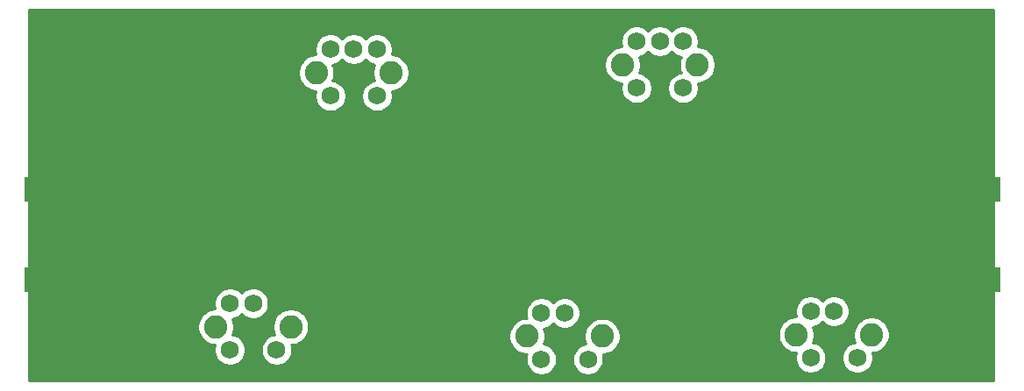
<source format=gbr>
G04 #@! TF.GenerationSoftware,KiCad,Pcbnew,(5.1.5)-3*
G04 #@! TF.CreationDate,2020-01-21T21:49:03-08:00*
G04 #@! TF.ProjectId,29MHz-BandStop,32394d48-7a2d-4426-916e-6453746f702e,rev?*
G04 #@! TF.SameCoordinates,Original*
G04 #@! TF.FileFunction,Copper,L2,Bot*
G04 #@! TF.FilePolarity,Positive*
%FSLAX46Y46*%
G04 Gerber Fmt 4.6, Leading zero omitted, Abs format (unit mm)*
G04 Created by KiCad (PCBNEW (5.1.5)-3) date 2020-01-21 21:49:03*
%MOMM*%
%LPD*%
G04 APERTURE LIST*
%ADD10R,0.950000X0.460000*%
%ADD11C,0.970000*%
%ADD12R,5.080000X2.420000*%
%ADD13C,1.750000*%
%ADD14C,2.250000*%
%ADD15C,0.800000*%
%ADD16C,0.254000*%
G04 APERTURE END LIST*
D10*
X100272000Y-97852000D03*
X100272000Y-89092000D03*
D11*
X100722000Y-97852000D03*
X100722000Y-89092000D03*
D12*
X97282000Y-97852000D03*
X97282000Y-89092000D03*
X186436000Y-97852000D03*
X186436000Y-89092000D03*
D11*
X182996000Y-97852000D03*
X182996000Y-89092000D03*
D10*
X183446000Y-97852000D03*
X183446000Y-89092000D03*
D13*
X116840000Y-100112000D03*
X114590000Y-104612000D03*
X114590000Y-100112000D03*
X119090000Y-100112000D03*
X119090000Y-104612000D03*
D14*
X113220000Y-102362000D03*
X120460000Y-102362000D03*
D13*
X126542800Y-75575600D03*
X124292800Y-80075600D03*
X124292800Y-75575600D03*
X128792800Y-75575600D03*
X128792800Y-80075600D03*
D14*
X122922800Y-77825600D03*
X130162800Y-77825600D03*
X150533600Y-103276400D03*
X143293600Y-103276400D03*
D13*
X149163600Y-105526400D03*
X149163600Y-101026400D03*
X144663600Y-101026400D03*
X144663600Y-105526400D03*
X146913600Y-101026400D03*
D14*
X159728400Y-77063600D03*
X152488400Y-77063600D03*
D13*
X158358400Y-79313600D03*
X158358400Y-74813600D03*
X153858400Y-74813600D03*
X153858400Y-79313600D03*
X156108400Y-74813600D03*
X172923200Y-100874000D03*
X170673200Y-105374000D03*
X170673200Y-100874000D03*
X175173200Y-100874000D03*
X175173200Y-105374000D03*
D14*
X169303200Y-103124000D03*
X176543200Y-103124000D03*
D15*
X173482000Y-85471000D03*
X142494000Y-84201000D03*
X112268000Y-82550000D03*
X130556000Y-101981000D03*
X159893000Y-101981000D03*
D16*
G36*
X188316000Y-102140418D02*
G01*
X188316001Y-102140428D01*
X188316000Y-107544000D01*
X95148000Y-107544000D01*
X95148000Y-102188655D01*
X111460000Y-102188655D01*
X111460000Y-102535345D01*
X111527636Y-102875373D01*
X111660308Y-103195673D01*
X111852919Y-103483935D01*
X112098065Y-103729081D01*
X112386327Y-103921692D01*
X112706627Y-104054364D01*
X113046655Y-104122000D01*
X113158553Y-104122000D01*
X113138029Y-104171549D01*
X113080000Y-104463278D01*
X113080000Y-104760722D01*
X113138029Y-105052451D01*
X113251856Y-105327253D01*
X113417107Y-105574569D01*
X113627431Y-105784893D01*
X113874747Y-105950144D01*
X114149549Y-106063971D01*
X114441278Y-106122000D01*
X114738722Y-106122000D01*
X115030451Y-106063971D01*
X115305253Y-105950144D01*
X115552569Y-105784893D01*
X115762893Y-105574569D01*
X115928144Y-105327253D01*
X116041971Y-105052451D01*
X116100000Y-104760722D01*
X116100000Y-104463278D01*
X117580000Y-104463278D01*
X117580000Y-104760722D01*
X117638029Y-105052451D01*
X117751856Y-105327253D01*
X117917107Y-105574569D01*
X118127431Y-105784893D01*
X118374747Y-105950144D01*
X118649549Y-106063971D01*
X118941278Y-106122000D01*
X119238722Y-106122000D01*
X119530451Y-106063971D01*
X119805253Y-105950144D01*
X120052569Y-105784893D01*
X120262893Y-105574569D01*
X120428144Y-105327253D01*
X120541971Y-105052451D01*
X120600000Y-104760722D01*
X120600000Y-104463278D01*
X120541971Y-104171549D01*
X120521447Y-104122000D01*
X120633345Y-104122000D01*
X120973373Y-104054364D01*
X121293673Y-103921692D01*
X121581935Y-103729081D01*
X121827081Y-103483935D01*
X122019692Y-103195673D01*
X122058055Y-103103055D01*
X141533600Y-103103055D01*
X141533600Y-103449745D01*
X141601236Y-103789773D01*
X141733908Y-104110073D01*
X141926519Y-104398335D01*
X142171665Y-104643481D01*
X142459927Y-104836092D01*
X142780227Y-104968764D01*
X143120255Y-105036400D01*
X143232153Y-105036400D01*
X143211629Y-105085949D01*
X143153600Y-105377678D01*
X143153600Y-105675122D01*
X143211629Y-105966851D01*
X143325456Y-106241653D01*
X143490707Y-106488969D01*
X143701031Y-106699293D01*
X143948347Y-106864544D01*
X144223149Y-106978371D01*
X144514878Y-107036400D01*
X144812322Y-107036400D01*
X145104051Y-106978371D01*
X145378853Y-106864544D01*
X145626169Y-106699293D01*
X145836493Y-106488969D01*
X146001744Y-106241653D01*
X146115571Y-105966851D01*
X146173600Y-105675122D01*
X146173600Y-105377678D01*
X147653600Y-105377678D01*
X147653600Y-105675122D01*
X147711629Y-105966851D01*
X147825456Y-106241653D01*
X147990707Y-106488969D01*
X148201031Y-106699293D01*
X148448347Y-106864544D01*
X148723149Y-106978371D01*
X149014878Y-107036400D01*
X149312322Y-107036400D01*
X149604051Y-106978371D01*
X149878853Y-106864544D01*
X150126169Y-106699293D01*
X150336493Y-106488969D01*
X150501744Y-106241653D01*
X150615571Y-105966851D01*
X150673600Y-105675122D01*
X150673600Y-105377678D01*
X150615571Y-105085949D01*
X150595047Y-105036400D01*
X150706945Y-105036400D01*
X151046973Y-104968764D01*
X151367273Y-104836092D01*
X151655535Y-104643481D01*
X151900681Y-104398335D01*
X152093292Y-104110073D01*
X152225964Y-103789773D01*
X152293600Y-103449745D01*
X152293600Y-103103055D01*
X152263286Y-102950655D01*
X167543200Y-102950655D01*
X167543200Y-103297345D01*
X167610836Y-103637373D01*
X167743508Y-103957673D01*
X167936119Y-104245935D01*
X168181265Y-104491081D01*
X168469527Y-104683692D01*
X168789827Y-104816364D01*
X169129855Y-104884000D01*
X169241753Y-104884000D01*
X169221229Y-104933549D01*
X169163200Y-105225278D01*
X169163200Y-105522722D01*
X169221229Y-105814451D01*
X169335056Y-106089253D01*
X169500307Y-106336569D01*
X169710631Y-106546893D01*
X169957947Y-106712144D01*
X170232749Y-106825971D01*
X170524478Y-106884000D01*
X170821922Y-106884000D01*
X171113651Y-106825971D01*
X171388453Y-106712144D01*
X171635769Y-106546893D01*
X171846093Y-106336569D01*
X172011344Y-106089253D01*
X172125171Y-105814451D01*
X172183200Y-105522722D01*
X172183200Y-105225278D01*
X173663200Y-105225278D01*
X173663200Y-105522722D01*
X173721229Y-105814451D01*
X173835056Y-106089253D01*
X174000307Y-106336569D01*
X174210631Y-106546893D01*
X174457947Y-106712144D01*
X174732749Y-106825971D01*
X175024478Y-106884000D01*
X175321922Y-106884000D01*
X175613651Y-106825971D01*
X175888453Y-106712144D01*
X176135769Y-106546893D01*
X176346093Y-106336569D01*
X176511344Y-106089253D01*
X176625171Y-105814451D01*
X176683200Y-105522722D01*
X176683200Y-105225278D01*
X176625171Y-104933549D01*
X176604647Y-104884000D01*
X176716545Y-104884000D01*
X177056573Y-104816364D01*
X177376873Y-104683692D01*
X177665135Y-104491081D01*
X177910281Y-104245935D01*
X178102892Y-103957673D01*
X178235564Y-103637373D01*
X178303200Y-103297345D01*
X178303200Y-102950655D01*
X178235564Y-102610627D01*
X178102892Y-102290327D01*
X177910281Y-102002065D01*
X177665135Y-101756919D01*
X177376873Y-101564308D01*
X177056573Y-101431636D01*
X176716545Y-101364000D01*
X176369855Y-101364000D01*
X176029827Y-101431636D01*
X175709527Y-101564308D01*
X175421265Y-101756919D01*
X175176119Y-102002065D01*
X174983508Y-102290327D01*
X174850836Y-102610627D01*
X174783200Y-102950655D01*
X174783200Y-103297345D01*
X174850836Y-103637373D01*
X174950780Y-103878660D01*
X174732749Y-103922029D01*
X174457947Y-104035856D01*
X174210631Y-104201107D01*
X174000307Y-104411431D01*
X173835056Y-104658747D01*
X173721229Y-104933549D01*
X173663200Y-105225278D01*
X172183200Y-105225278D01*
X172125171Y-104933549D01*
X172011344Y-104658747D01*
X171846093Y-104411431D01*
X171635769Y-104201107D01*
X171388453Y-104035856D01*
X171113651Y-103922029D01*
X170895620Y-103878660D01*
X170995564Y-103637373D01*
X171063200Y-103297345D01*
X171063200Y-102950655D01*
X170995564Y-102610627D01*
X170895620Y-102369340D01*
X171113651Y-102325971D01*
X171388453Y-102212144D01*
X171635769Y-102046893D01*
X171798200Y-101884462D01*
X171960631Y-102046893D01*
X172207947Y-102212144D01*
X172482749Y-102325971D01*
X172774478Y-102384000D01*
X173071922Y-102384000D01*
X173363651Y-102325971D01*
X173638453Y-102212144D01*
X173885769Y-102046893D01*
X174096093Y-101836569D01*
X174261344Y-101589253D01*
X174375171Y-101314451D01*
X174433200Y-101022722D01*
X174433200Y-100725278D01*
X174375171Y-100433549D01*
X174261344Y-100158747D01*
X174096093Y-99911431D01*
X173885769Y-99701107D01*
X173638453Y-99535856D01*
X173363651Y-99422029D01*
X173071922Y-99364000D01*
X172774478Y-99364000D01*
X172482749Y-99422029D01*
X172207947Y-99535856D01*
X171960631Y-99701107D01*
X171798200Y-99863538D01*
X171635769Y-99701107D01*
X171388453Y-99535856D01*
X171113651Y-99422029D01*
X170821922Y-99364000D01*
X170524478Y-99364000D01*
X170232749Y-99422029D01*
X169957947Y-99535856D01*
X169710631Y-99701107D01*
X169500307Y-99911431D01*
X169335056Y-100158747D01*
X169221229Y-100433549D01*
X169163200Y-100725278D01*
X169163200Y-101022722D01*
X169221229Y-101314451D01*
X169241753Y-101364000D01*
X169129855Y-101364000D01*
X168789827Y-101431636D01*
X168469527Y-101564308D01*
X168181265Y-101756919D01*
X167936119Y-102002065D01*
X167743508Y-102290327D01*
X167610836Y-102610627D01*
X167543200Y-102950655D01*
X152263286Y-102950655D01*
X152225964Y-102763027D01*
X152093292Y-102442727D01*
X151900681Y-102154465D01*
X151655535Y-101909319D01*
X151367273Y-101716708D01*
X151046973Y-101584036D01*
X150706945Y-101516400D01*
X150360255Y-101516400D01*
X150020227Y-101584036D01*
X149699927Y-101716708D01*
X149411665Y-101909319D01*
X149166519Y-102154465D01*
X148973908Y-102442727D01*
X148841236Y-102763027D01*
X148773600Y-103103055D01*
X148773600Y-103449745D01*
X148841236Y-103789773D01*
X148941180Y-104031060D01*
X148723149Y-104074429D01*
X148448347Y-104188256D01*
X148201031Y-104353507D01*
X147990707Y-104563831D01*
X147825456Y-104811147D01*
X147711629Y-105085949D01*
X147653600Y-105377678D01*
X146173600Y-105377678D01*
X146115571Y-105085949D01*
X146001744Y-104811147D01*
X145836493Y-104563831D01*
X145626169Y-104353507D01*
X145378853Y-104188256D01*
X145104051Y-104074429D01*
X144886020Y-104031060D01*
X144985964Y-103789773D01*
X145053600Y-103449745D01*
X145053600Y-103103055D01*
X144985964Y-102763027D01*
X144886020Y-102521740D01*
X145104051Y-102478371D01*
X145378853Y-102364544D01*
X145626169Y-102199293D01*
X145788600Y-102036862D01*
X145951031Y-102199293D01*
X146198347Y-102364544D01*
X146473149Y-102478371D01*
X146764878Y-102536400D01*
X147062322Y-102536400D01*
X147354051Y-102478371D01*
X147628853Y-102364544D01*
X147876169Y-102199293D01*
X148086493Y-101988969D01*
X148251744Y-101741653D01*
X148365571Y-101466851D01*
X148423600Y-101175122D01*
X148423600Y-100877678D01*
X148365571Y-100585949D01*
X148251744Y-100311147D01*
X148086493Y-100063831D01*
X147876169Y-99853507D01*
X147628853Y-99688256D01*
X147354051Y-99574429D01*
X147062322Y-99516400D01*
X146764878Y-99516400D01*
X146473149Y-99574429D01*
X146198347Y-99688256D01*
X145951031Y-99853507D01*
X145788600Y-100015938D01*
X145626169Y-99853507D01*
X145378853Y-99688256D01*
X145104051Y-99574429D01*
X144812322Y-99516400D01*
X144514878Y-99516400D01*
X144223149Y-99574429D01*
X143948347Y-99688256D01*
X143701031Y-99853507D01*
X143490707Y-100063831D01*
X143325456Y-100311147D01*
X143211629Y-100585949D01*
X143153600Y-100877678D01*
X143153600Y-101175122D01*
X143211629Y-101466851D01*
X143232153Y-101516400D01*
X143120255Y-101516400D01*
X142780227Y-101584036D01*
X142459927Y-101716708D01*
X142171665Y-101909319D01*
X141926519Y-102154465D01*
X141733908Y-102442727D01*
X141601236Y-102763027D01*
X141533600Y-103103055D01*
X122058055Y-103103055D01*
X122152364Y-102875373D01*
X122220000Y-102535345D01*
X122220000Y-102188655D01*
X122152364Y-101848627D01*
X122019692Y-101528327D01*
X121827081Y-101240065D01*
X121581935Y-100994919D01*
X121293673Y-100802308D01*
X120973373Y-100669636D01*
X120633345Y-100602000D01*
X120286655Y-100602000D01*
X119946627Y-100669636D01*
X119626327Y-100802308D01*
X119338065Y-100994919D01*
X119092919Y-101240065D01*
X118900308Y-101528327D01*
X118767636Y-101848627D01*
X118700000Y-102188655D01*
X118700000Y-102535345D01*
X118767636Y-102875373D01*
X118867580Y-103116660D01*
X118649549Y-103160029D01*
X118374747Y-103273856D01*
X118127431Y-103439107D01*
X117917107Y-103649431D01*
X117751856Y-103896747D01*
X117638029Y-104171549D01*
X117580000Y-104463278D01*
X116100000Y-104463278D01*
X116041971Y-104171549D01*
X115928144Y-103896747D01*
X115762893Y-103649431D01*
X115552569Y-103439107D01*
X115305253Y-103273856D01*
X115030451Y-103160029D01*
X114812420Y-103116660D01*
X114912364Y-102875373D01*
X114980000Y-102535345D01*
X114980000Y-102188655D01*
X114912364Y-101848627D01*
X114812420Y-101607340D01*
X115030451Y-101563971D01*
X115305253Y-101450144D01*
X115552569Y-101284893D01*
X115715000Y-101122462D01*
X115877431Y-101284893D01*
X116124747Y-101450144D01*
X116399549Y-101563971D01*
X116691278Y-101622000D01*
X116988722Y-101622000D01*
X117280451Y-101563971D01*
X117555253Y-101450144D01*
X117802569Y-101284893D01*
X118012893Y-101074569D01*
X118178144Y-100827253D01*
X118291971Y-100552451D01*
X118350000Y-100260722D01*
X118350000Y-99963278D01*
X118291971Y-99671549D01*
X118178144Y-99396747D01*
X118012893Y-99149431D01*
X117802569Y-98939107D01*
X117555253Y-98773856D01*
X117280451Y-98660029D01*
X116988722Y-98602000D01*
X116691278Y-98602000D01*
X116399549Y-98660029D01*
X116124747Y-98773856D01*
X115877431Y-98939107D01*
X115715000Y-99101538D01*
X115552569Y-98939107D01*
X115305253Y-98773856D01*
X115030451Y-98660029D01*
X114738722Y-98602000D01*
X114441278Y-98602000D01*
X114149549Y-98660029D01*
X113874747Y-98773856D01*
X113627431Y-98939107D01*
X113417107Y-99149431D01*
X113251856Y-99396747D01*
X113138029Y-99671549D01*
X113080000Y-99963278D01*
X113080000Y-100260722D01*
X113138029Y-100552451D01*
X113158553Y-100602000D01*
X113046655Y-100602000D01*
X112706627Y-100669636D01*
X112386327Y-100802308D01*
X112098065Y-100994919D01*
X111852919Y-101240065D01*
X111660308Y-101528327D01*
X111527636Y-101848627D01*
X111460000Y-102188655D01*
X95148000Y-102188655D01*
X95148000Y-77652255D01*
X121162800Y-77652255D01*
X121162800Y-77998945D01*
X121230436Y-78338973D01*
X121363108Y-78659273D01*
X121555719Y-78947535D01*
X121800865Y-79192681D01*
X122089127Y-79385292D01*
X122409427Y-79517964D01*
X122749455Y-79585600D01*
X122861353Y-79585600D01*
X122840829Y-79635149D01*
X122782800Y-79926878D01*
X122782800Y-80224322D01*
X122840829Y-80516051D01*
X122954656Y-80790853D01*
X123119907Y-81038169D01*
X123330231Y-81248493D01*
X123577547Y-81413744D01*
X123852349Y-81527571D01*
X124144078Y-81585600D01*
X124441522Y-81585600D01*
X124733251Y-81527571D01*
X125008053Y-81413744D01*
X125255369Y-81248493D01*
X125465693Y-81038169D01*
X125630944Y-80790853D01*
X125744771Y-80516051D01*
X125802800Y-80224322D01*
X125802800Y-79926878D01*
X125744771Y-79635149D01*
X125630944Y-79360347D01*
X125465693Y-79113031D01*
X125255369Y-78902707D01*
X125008053Y-78737456D01*
X124733251Y-78623629D01*
X124515220Y-78580260D01*
X124615164Y-78338973D01*
X124682800Y-77998945D01*
X124682800Y-77652255D01*
X124615164Y-77312227D01*
X124515220Y-77070940D01*
X124733251Y-77027571D01*
X125008053Y-76913744D01*
X125255369Y-76748493D01*
X125417800Y-76586062D01*
X125580231Y-76748493D01*
X125827547Y-76913744D01*
X126102349Y-77027571D01*
X126394078Y-77085600D01*
X126691522Y-77085600D01*
X126983251Y-77027571D01*
X127258053Y-76913744D01*
X127505369Y-76748493D01*
X127667800Y-76586062D01*
X127830231Y-76748493D01*
X128077547Y-76913744D01*
X128352349Y-77027571D01*
X128570380Y-77070940D01*
X128470436Y-77312227D01*
X128402800Y-77652255D01*
X128402800Y-77998945D01*
X128470436Y-78338973D01*
X128570380Y-78580260D01*
X128352349Y-78623629D01*
X128077547Y-78737456D01*
X127830231Y-78902707D01*
X127619907Y-79113031D01*
X127454656Y-79360347D01*
X127340829Y-79635149D01*
X127282800Y-79926878D01*
X127282800Y-80224322D01*
X127340829Y-80516051D01*
X127454656Y-80790853D01*
X127619907Y-81038169D01*
X127830231Y-81248493D01*
X128077547Y-81413744D01*
X128352349Y-81527571D01*
X128644078Y-81585600D01*
X128941522Y-81585600D01*
X129233251Y-81527571D01*
X129508053Y-81413744D01*
X129755369Y-81248493D01*
X129965693Y-81038169D01*
X130130944Y-80790853D01*
X130244771Y-80516051D01*
X130302800Y-80224322D01*
X130302800Y-79926878D01*
X130244771Y-79635149D01*
X130224247Y-79585600D01*
X130336145Y-79585600D01*
X130676173Y-79517964D01*
X130996473Y-79385292D01*
X131284735Y-79192681D01*
X131529881Y-78947535D01*
X131722492Y-78659273D01*
X131855164Y-78338973D01*
X131922800Y-77998945D01*
X131922800Y-77652255D01*
X131855164Y-77312227D01*
X131722492Y-76991927D01*
X131654557Y-76890255D01*
X150728400Y-76890255D01*
X150728400Y-77236945D01*
X150796036Y-77576973D01*
X150928708Y-77897273D01*
X151121319Y-78185535D01*
X151366465Y-78430681D01*
X151654727Y-78623292D01*
X151975027Y-78755964D01*
X152315055Y-78823600D01*
X152426953Y-78823600D01*
X152406429Y-78873149D01*
X152348400Y-79164878D01*
X152348400Y-79462322D01*
X152406429Y-79754051D01*
X152520256Y-80028853D01*
X152685507Y-80276169D01*
X152895831Y-80486493D01*
X153143147Y-80651744D01*
X153417949Y-80765571D01*
X153709678Y-80823600D01*
X154007122Y-80823600D01*
X154298851Y-80765571D01*
X154573653Y-80651744D01*
X154820969Y-80486493D01*
X155031293Y-80276169D01*
X155196544Y-80028853D01*
X155310371Y-79754051D01*
X155368400Y-79462322D01*
X155368400Y-79164878D01*
X155310371Y-78873149D01*
X155196544Y-78598347D01*
X155031293Y-78351031D01*
X154820969Y-78140707D01*
X154573653Y-77975456D01*
X154298851Y-77861629D01*
X154080820Y-77818260D01*
X154180764Y-77576973D01*
X154248400Y-77236945D01*
X154248400Y-76890255D01*
X154180764Y-76550227D01*
X154080820Y-76308940D01*
X154298851Y-76265571D01*
X154573653Y-76151744D01*
X154820969Y-75986493D01*
X154983400Y-75824062D01*
X155145831Y-75986493D01*
X155393147Y-76151744D01*
X155667949Y-76265571D01*
X155959678Y-76323600D01*
X156257122Y-76323600D01*
X156548851Y-76265571D01*
X156823653Y-76151744D01*
X157070969Y-75986493D01*
X157233400Y-75824062D01*
X157395831Y-75986493D01*
X157643147Y-76151744D01*
X157917949Y-76265571D01*
X158135980Y-76308940D01*
X158036036Y-76550227D01*
X157968400Y-76890255D01*
X157968400Y-77236945D01*
X158036036Y-77576973D01*
X158135980Y-77818260D01*
X157917949Y-77861629D01*
X157643147Y-77975456D01*
X157395831Y-78140707D01*
X157185507Y-78351031D01*
X157020256Y-78598347D01*
X156906429Y-78873149D01*
X156848400Y-79164878D01*
X156848400Y-79462322D01*
X156906429Y-79754051D01*
X157020256Y-80028853D01*
X157185507Y-80276169D01*
X157395831Y-80486493D01*
X157643147Y-80651744D01*
X157917949Y-80765571D01*
X158209678Y-80823600D01*
X158507122Y-80823600D01*
X158798851Y-80765571D01*
X159073653Y-80651744D01*
X159320969Y-80486493D01*
X159531293Y-80276169D01*
X159696544Y-80028853D01*
X159810371Y-79754051D01*
X159868400Y-79462322D01*
X159868400Y-79164878D01*
X159810371Y-78873149D01*
X159789847Y-78823600D01*
X159901745Y-78823600D01*
X160241773Y-78755964D01*
X160562073Y-78623292D01*
X160850335Y-78430681D01*
X161095481Y-78185535D01*
X161288092Y-77897273D01*
X161420764Y-77576973D01*
X161488400Y-77236945D01*
X161488400Y-76890255D01*
X161420764Y-76550227D01*
X161288092Y-76229927D01*
X161095481Y-75941665D01*
X160850335Y-75696519D01*
X160562073Y-75503908D01*
X160241773Y-75371236D01*
X159901745Y-75303600D01*
X159789847Y-75303600D01*
X159810371Y-75254051D01*
X159868400Y-74962322D01*
X159868400Y-74664878D01*
X159810371Y-74373149D01*
X159696544Y-74098347D01*
X159531293Y-73851031D01*
X159320969Y-73640707D01*
X159073653Y-73475456D01*
X158798851Y-73361629D01*
X158507122Y-73303600D01*
X158209678Y-73303600D01*
X157917949Y-73361629D01*
X157643147Y-73475456D01*
X157395831Y-73640707D01*
X157233400Y-73803138D01*
X157070969Y-73640707D01*
X156823653Y-73475456D01*
X156548851Y-73361629D01*
X156257122Y-73303600D01*
X155959678Y-73303600D01*
X155667949Y-73361629D01*
X155393147Y-73475456D01*
X155145831Y-73640707D01*
X154983400Y-73803138D01*
X154820969Y-73640707D01*
X154573653Y-73475456D01*
X154298851Y-73361629D01*
X154007122Y-73303600D01*
X153709678Y-73303600D01*
X153417949Y-73361629D01*
X153143147Y-73475456D01*
X152895831Y-73640707D01*
X152685507Y-73851031D01*
X152520256Y-74098347D01*
X152406429Y-74373149D01*
X152348400Y-74664878D01*
X152348400Y-74962322D01*
X152406429Y-75254051D01*
X152426953Y-75303600D01*
X152315055Y-75303600D01*
X151975027Y-75371236D01*
X151654727Y-75503908D01*
X151366465Y-75696519D01*
X151121319Y-75941665D01*
X150928708Y-76229927D01*
X150796036Y-76550227D01*
X150728400Y-76890255D01*
X131654557Y-76890255D01*
X131529881Y-76703665D01*
X131284735Y-76458519D01*
X130996473Y-76265908D01*
X130676173Y-76133236D01*
X130336145Y-76065600D01*
X130224247Y-76065600D01*
X130244771Y-76016051D01*
X130302800Y-75724322D01*
X130302800Y-75426878D01*
X130244771Y-75135149D01*
X130130944Y-74860347D01*
X129965693Y-74613031D01*
X129755369Y-74402707D01*
X129508053Y-74237456D01*
X129233251Y-74123629D01*
X128941522Y-74065600D01*
X128644078Y-74065600D01*
X128352349Y-74123629D01*
X128077547Y-74237456D01*
X127830231Y-74402707D01*
X127667800Y-74565138D01*
X127505369Y-74402707D01*
X127258053Y-74237456D01*
X126983251Y-74123629D01*
X126691522Y-74065600D01*
X126394078Y-74065600D01*
X126102349Y-74123629D01*
X125827547Y-74237456D01*
X125580231Y-74402707D01*
X125417800Y-74565138D01*
X125255369Y-74402707D01*
X125008053Y-74237456D01*
X124733251Y-74123629D01*
X124441522Y-74065600D01*
X124144078Y-74065600D01*
X123852349Y-74123629D01*
X123577547Y-74237456D01*
X123330231Y-74402707D01*
X123119907Y-74613031D01*
X122954656Y-74860347D01*
X122840829Y-75135149D01*
X122782800Y-75426878D01*
X122782800Y-75724322D01*
X122840829Y-76016051D01*
X122861353Y-76065600D01*
X122749455Y-76065600D01*
X122409427Y-76133236D01*
X122089127Y-76265908D01*
X121800865Y-76458519D01*
X121555719Y-76703665D01*
X121363108Y-76991927D01*
X121230436Y-77312227D01*
X121162800Y-77652255D01*
X95148000Y-77652255D01*
X95148000Y-71780000D01*
X188316001Y-71780000D01*
X188316000Y-102140418D01*
G37*
X188316000Y-102140418D02*
X188316001Y-102140428D01*
X188316000Y-107544000D01*
X95148000Y-107544000D01*
X95148000Y-102188655D01*
X111460000Y-102188655D01*
X111460000Y-102535345D01*
X111527636Y-102875373D01*
X111660308Y-103195673D01*
X111852919Y-103483935D01*
X112098065Y-103729081D01*
X112386327Y-103921692D01*
X112706627Y-104054364D01*
X113046655Y-104122000D01*
X113158553Y-104122000D01*
X113138029Y-104171549D01*
X113080000Y-104463278D01*
X113080000Y-104760722D01*
X113138029Y-105052451D01*
X113251856Y-105327253D01*
X113417107Y-105574569D01*
X113627431Y-105784893D01*
X113874747Y-105950144D01*
X114149549Y-106063971D01*
X114441278Y-106122000D01*
X114738722Y-106122000D01*
X115030451Y-106063971D01*
X115305253Y-105950144D01*
X115552569Y-105784893D01*
X115762893Y-105574569D01*
X115928144Y-105327253D01*
X116041971Y-105052451D01*
X116100000Y-104760722D01*
X116100000Y-104463278D01*
X117580000Y-104463278D01*
X117580000Y-104760722D01*
X117638029Y-105052451D01*
X117751856Y-105327253D01*
X117917107Y-105574569D01*
X118127431Y-105784893D01*
X118374747Y-105950144D01*
X118649549Y-106063971D01*
X118941278Y-106122000D01*
X119238722Y-106122000D01*
X119530451Y-106063971D01*
X119805253Y-105950144D01*
X120052569Y-105784893D01*
X120262893Y-105574569D01*
X120428144Y-105327253D01*
X120541971Y-105052451D01*
X120600000Y-104760722D01*
X120600000Y-104463278D01*
X120541971Y-104171549D01*
X120521447Y-104122000D01*
X120633345Y-104122000D01*
X120973373Y-104054364D01*
X121293673Y-103921692D01*
X121581935Y-103729081D01*
X121827081Y-103483935D01*
X122019692Y-103195673D01*
X122058055Y-103103055D01*
X141533600Y-103103055D01*
X141533600Y-103449745D01*
X141601236Y-103789773D01*
X141733908Y-104110073D01*
X141926519Y-104398335D01*
X142171665Y-104643481D01*
X142459927Y-104836092D01*
X142780227Y-104968764D01*
X143120255Y-105036400D01*
X143232153Y-105036400D01*
X143211629Y-105085949D01*
X143153600Y-105377678D01*
X143153600Y-105675122D01*
X143211629Y-105966851D01*
X143325456Y-106241653D01*
X143490707Y-106488969D01*
X143701031Y-106699293D01*
X143948347Y-106864544D01*
X144223149Y-106978371D01*
X144514878Y-107036400D01*
X144812322Y-107036400D01*
X145104051Y-106978371D01*
X145378853Y-106864544D01*
X145626169Y-106699293D01*
X145836493Y-106488969D01*
X146001744Y-106241653D01*
X146115571Y-105966851D01*
X146173600Y-105675122D01*
X146173600Y-105377678D01*
X147653600Y-105377678D01*
X147653600Y-105675122D01*
X147711629Y-105966851D01*
X147825456Y-106241653D01*
X147990707Y-106488969D01*
X148201031Y-106699293D01*
X148448347Y-106864544D01*
X148723149Y-106978371D01*
X149014878Y-107036400D01*
X149312322Y-107036400D01*
X149604051Y-106978371D01*
X149878853Y-106864544D01*
X150126169Y-106699293D01*
X150336493Y-106488969D01*
X150501744Y-106241653D01*
X150615571Y-105966851D01*
X150673600Y-105675122D01*
X150673600Y-105377678D01*
X150615571Y-105085949D01*
X150595047Y-105036400D01*
X150706945Y-105036400D01*
X151046973Y-104968764D01*
X151367273Y-104836092D01*
X151655535Y-104643481D01*
X151900681Y-104398335D01*
X152093292Y-104110073D01*
X152225964Y-103789773D01*
X152293600Y-103449745D01*
X152293600Y-103103055D01*
X152263286Y-102950655D01*
X167543200Y-102950655D01*
X167543200Y-103297345D01*
X167610836Y-103637373D01*
X167743508Y-103957673D01*
X167936119Y-104245935D01*
X168181265Y-104491081D01*
X168469527Y-104683692D01*
X168789827Y-104816364D01*
X169129855Y-104884000D01*
X169241753Y-104884000D01*
X169221229Y-104933549D01*
X169163200Y-105225278D01*
X169163200Y-105522722D01*
X169221229Y-105814451D01*
X169335056Y-106089253D01*
X169500307Y-106336569D01*
X169710631Y-106546893D01*
X169957947Y-106712144D01*
X170232749Y-106825971D01*
X170524478Y-106884000D01*
X170821922Y-106884000D01*
X171113651Y-106825971D01*
X171388453Y-106712144D01*
X171635769Y-106546893D01*
X171846093Y-106336569D01*
X172011344Y-106089253D01*
X172125171Y-105814451D01*
X172183200Y-105522722D01*
X172183200Y-105225278D01*
X173663200Y-105225278D01*
X173663200Y-105522722D01*
X173721229Y-105814451D01*
X173835056Y-106089253D01*
X174000307Y-106336569D01*
X174210631Y-106546893D01*
X174457947Y-106712144D01*
X174732749Y-106825971D01*
X175024478Y-106884000D01*
X175321922Y-106884000D01*
X175613651Y-106825971D01*
X175888453Y-106712144D01*
X176135769Y-106546893D01*
X176346093Y-106336569D01*
X176511344Y-106089253D01*
X176625171Y-105814451D01*
X176683200Y-105522722D01*
X176683200Y-105225278D01*
X176625171Y-104933549D01*
X176604647Y-104884000D01*
X176716545Y-104884000D01*
X177056573Y-104816364D01*
X177376873Y-104683692D01*
X177665135Y-104491081D01*
X177910281Y-104245935D01*
X178102892Y-103957673D01*
X178235564Y-103637373D01*
X178303200Y-103297345D01*
X178303200Y-102950655D01*
X178235564Y-102610627D01*
X178102892Y-102290327D01*
X177910281Y-102002065D01*
X177665135Y-101756919D01*
X177376873Y-101564308D01*
X177056573Y-101431636D01*
X176716545Y-101364000D01*
X176369855Y-101364000D01*
X176029827Y-101431636D01*
X175709527Y-101564308D01*
X175421265Y-101756919D01*
X175176119Y-102002065D01*
X174983508Y-102290327D01*
X174850836Y-102610627D01*
X174783200Y-102950655D01*
X174783200Y-103297345D01*
X174850836Y-103637373D01*
X174950780Y-103878660D01*
X174732749Y-103922029D01*
X174457947Y-104035856D01*
X174210631Y-104201107D01*
X174000307Y-104411431D01*
X173835056Y-104658747D01*
X173721229Y-104933549D01*
X173663200Y-105225278D01*
X172183200Y-105225278D01*
X172125171Y-104933549D01*
X172011344Y-104658747D01*
X171846093Y-104411431D01*
X171635769Y-104201107D01*
X171388453Y-104035856D01*
X171113651Y-103922029D01*
X170895620Y-103878660D01*
X170995564Y-103637373D01*
X171063200Y-103297345D01*
X171063200Y-102950655D01*
X170995564Y-102610627D01*
X170895620Y-102369340D01*
X171113651Y-102325971D01*
X171388453Y-102212144D01*
X171635769Y-102046893D01*
X171798200Y-101884462D01*
X171960631Y-102046893D01*
X172207947Y-102212144D01*
X172482749Y-102325971D01*
X172774478Y-102384000D01*
X173071922Y-102384000D01*
X173363651Y-102325971D01*
X173638453Y-102212144D01*
X173885769Y-102046893D01*
X174096093Y-101836569D01*
X174261344Y-101589253D01*
X174375171Y-101314451D01*
X174433200Y-101022722D01*
X174433200Y-100725278D01*
X174375171Y-100433549D01*
X174261344Y-100158747D01*
X174096093Y-99911431D01*
X173885769Y-99701107D01*
X173638453Y-99535856D01*
X173363651Y-99422029D01*
X173071922Y-99364000D01*
X172774478Y-99364000D01*
X172482749Y-99422029D01*
X172207947Y-99535856D01*
X171960631Y-99701107D01*
X171798200Y-99863538D01*
X171635769Y-99701107D01*
X171388453Y-99535856D01*
X171113651Y-99422029D01*
X170821922Y-99364000D01*
X170524478Y-99364000D01*
X170232749Y-99422029D01*
X169957947Y-99535856D01*
X169710631Y-99701107D01*
X169500307Y-99911431D01*
X169335056Y-100158747D01*
X169221229Y-100433549D01*
X169163200Y-100725278D01*
X169163200Y-101022722D01*
X169221229Y-101314451D01*
X169241753Y-101364000D01*
X169129855Y-101364000D01*
X168789827Y-101431636D01*
X168469527Y-101564308D01*
X168181265Y-101756919D01*
X167936119Y-102002065D01*
X167743508Y-102290327D01*
X167610836Y-102610627D01*
X167543200Y-102950655D01*
X152263286Y-102950655D01*
X152225964Y-102763027D01*
X152093292Y-102442727D01*
X151900681Y-102154465D01*
X151655535Y-101909319D01*
X151367273Y-101716708D01*
X151046973Y-101584036D01*
X150706945Y-101516400D01*
X150360255Y-101516400D01*
X150020227Y-101584036D01*
X149699927Y-101716708D01*
X149411665Y-101909319D01*
X149166519Y-102154465D01*
X148973908Y-102442727D01*
X148841236Y-102763027D01*
X148773600Y-103103055D01*
X148773600Y-103449745D01*
X148841236Y-103789773D01*
X148941180Y-104031060D01*
X148723149Y-104074429D01*
X148448347Y-104188256D01*
X148201031Y-104353507D01*
X147990707Y-104563831D01*
X147825456Y-104811147D01*
X147711629Y-105085949D01*
X147653600Y-105377678D01*
X146173600Y-105377678D01*
X146115571Y-105085949D01*
X146001744Y-104811147D01*
X145836493Y-104563831D01*
X145626169Y-104353507D01*
X145378853Y-104188256D01*
X145104051Y-104074429D01*
X144886020Y-104031060D01*
X144985964Y-103789773D01*
X145053600Y-103449745D01*
X145053600Y-103103055D01*
X144985964Y-102763027D01*
X144886020Y-102521740D01*
X145104051Y-102478371D01*
X145378853Y-102364544D01*
X145626169Y-102199293D01*
X145788600Y-102036862D01*
X145951031Y-102199293D01*
X146198347Y-102364544D01*
X146473149Y-102478371D01*
X146764878Y-102536400D01*
X147062322Y-102536400D01*
X147354051Y-102478371D01*
X147628853Y-102364544D01*
X147876169Y-102199293D01*
X148086493Y-101988969D01*
X148251744Y-101741653D01*
X148365571Y-101466851D01*
X148423600Y-101175122D01*
X148423600Y-100877678D01*
X148365571Y-100585949D01*
X148251744Y-100311147D01*
X148086493Y-100063831D01*
X147876169Y-99853507D01*
X147628853Y-99688256D01*
X147354051Y-99574429D01*
X147062322Y-99516400D01*
X146764878Y-99516400D01*
X146473149Y-99574429D01*
X146198347Y-99688256D01*
X145951031Y-99853507D01*
X145788600Y-100015938D01*
X145626169Y-99853507D01*
X145378853Y-99688256D01*
X145104051Y-99574429D01*
X144812322Y-99516400D01*
X144514878Y-99516400D01*
X144223149Y-99574429D01*
X143948347Y-99688256D01*
X143701031Y-99853507D01*
X143490707Y-100063831D01*
X143325456Y-100311147D01*
X143211629Y-100585949D01*
X143153600Y-100877678D01*
X143153600Y-101175122D01*
X143211629Y-101466851D01*
X143232153Y-101516400D01*
X143120255Y-101516400D01*
X142780227Y-101584036D01*
X142459927Y-101716708D01*
X142171665Y-101909319D01*
X141926519Y-102154465D01*
X141733908Y-102442727D01*
X141601236Y-102763027D01*
X141533600Y-103103055D01*
X122058055Y-103103055D01*
X122152364Y-102875373D01*
X122220000Y-102535345D01*
X122220000Y-102188655D01*
X122152364Y-101848627D01*
X122019692Y-101528327D01*
X121827081Y-101240065D01*
X121581935Y-100994919D01*
X121293673Y-100802308D01*
X120973373Y-100669636D01*
X120633345Y-100602000D01*
X120286655Y-100602000D01*
X119946627Y-100669636D01*
X119626327Y-100802308D01*
X119338065Y-100994919D01*
X119092919Y-101240065D01*
X118900308Y-101528327D01*
X118767636Y-101848627D01*
X118700000Y-102188655D01*
X118700000Y-102535345D01*
X118767636Y-102875373D01*
X118867580Y-103116660D01*
X118649549Y-103160029D01*
X118374747Y-103273856D01*
X118127431Y-103439107D01*
X117917107Y-103649431D01*
X117751856Y-103896747D01*
X117638029Y-104171549D01*
X117580000Y-104463278D01*
X116100000Y-104463278D01*
X116041971Y-104171549D01*
X115928144Y-103896747D01*
X115762893Y-103649431D01*
X115552569Y-103439107D01*
X115305253Y-103273856D01*
X115030451Y-103160029D01*
X114812420Y-103116660D01*
X114912364Y-102875373D01*
X114980000Y-102535345D01*
X114980000Y-102188655D01*
X114912364Y-101848627D01*
X114812420Y-101607340D01*
X115030451Y-101563971D01*
X115305253Y-101450144D01*
X115552569Y-101284893D01*
X115715000Y-101122462D01*
X115877431Y-101284893D01*
X116124747Y-101450144D01*
X116399549Y-101563971D01*
X116691278Y-101622000D01*
X116988722Y-101622000D01*
X117280451Y-101563971D01*
X117555253Y-101450144D01*
X117802569Y-101284893D01*
X118012893Y-101074569D01*
X118178144Y-100827253D01*
X118291971Y-100552451D01*
X118350000Y-100260722D01*
X118350000Y-99963278D01*
X118291971Y-99671549D01*
X118178144Y-99396747D01*
X118012893Y-99149431D01*
X117802569Y-98939107D01*
X117555253Y-98773856D01*
X117280451Y-98660029D01*
X116988722Y-98602000D01*
X116691278Y-98602000D01*
X116399549Y-98660029D01*
X116124747Y-98773856D01*
X115877431Y-98939107D01*
X115715000Y-99101538D01*
X115552569Y-98939107D01*
X115305253Y-98773856D01*
X115030451Y-98660029D01*
X114738722Y-98602000D01*
X114441278Y-98602000D01*
X114149549Y-98660029D01*
X113874747Y-98773856D01*
X113627431Y-98939107D01*
X113417107Y-99149431D01*
X113251856Y-99396747D01*
X113138029Y-99671549D01*
X113080000Y-99963278D01*
X113080000Y-100260722D01*
X113138029Y-100552451D01*
X113158553Y-100602000D01*
X113046655Y-100602000D01*
X112706627Y-100669636D01*
X112386327Y-100802308D01*
X112098065Y-100994919D01*
X111852919Y-101240065D01*
X111660308Y-101528327D01*
X111527636Y-101848627D01*
X111460000Y-102188655D01*
X95148000Y-102188655D01*
X95148000Y-77652255D01*
X121162800Y-77652255D01*
X121162800Y-77998945D01*
X121230436Y-78338973D01*
X121363108Y-78659273D01*
X121555719Y-78947535D01*
X121800865Y-79192681D01*
X122089127Y-79385292D01*
X122409427Y-79517964D01*
X122749455Y-79585600D01*
X122861353Y-79585600D01*
X122840829Y-79635149D01*
X122782800Y-79926878D01*
X122782800Y-80224322D01*
X122840829Y-80516051D01*
X122954656Y-80790853D01*
X123119907Y-81038169D01*
X123330231Y-81248493D01*
X123577547Y-81413744D01*
X123852349Y-81527571D01*
X124144078Y-81585600D01*
X124441522Y-81585600D01*
X124733251Y-81527571D01*
X125008053Y-81413744D01*
X125255369Y-81248493D01*
X125465693Y-81038169D01*
X125630944Y-80790853D01*
X125744771Y-80516051D01*
X125802800Y-80224322D01*
X125802800Y-79926878D01*
X125744771Y-79635149D01*
X125630944Y-79360347D01*
X125465693Y-79113031D01*
X125255369Y-78902707D01*
X125008053Y-78737456D01*
X124733251Y-78623629D01*
X124515220Y-78580260D01*
X124615164Y-78338973D01*
X124682800Y-77998945D01*
X124682800Y-77652255D01*
X124615164Y-77312227D01*
X124515220Y-77070940D01*
X124733251Y-77027571D01*
X125008053Y-76913744D01*
X125255369Y-76748493D01*
X125417800Y-76586062D01*
X125580231Y-76748493D01*
X125827547Y-76913744D01*
X126102349Y-77027571D01*
X126394078Y-77085600D01*
X126691522Y-77085600D01*
X126983251Y-77027571D01*
X127258053Y-76913744D01*
X127505369Y-76748493D01*
X127667800Y-76586062D01*
X127830231Y-76748493D01*
X128077547Y-76913744D01*
X128352349Y-77027571D01*
X128570380Y-77070940D01*
X128470436Y-77312227D01*
X128402800Y-77652255D01*
X128402800Y-77998945D01*
X128470436Y-78338973D01*
X128570380Y-78580260D01*
X128352349Y-78623629D01*
X128077547Y-78737456D01*
X127830231Y-78902707D01*
X127619907Y-79113031D01*
X127454656Y-79360347D01*
X127340829Y-79635149D01*
X127282800Y-79926878D01*
X127282800Y-80224322D01*
X127340829Y-80516051D01*
X127454656Y-80790853D01*
X127619907Y-81038169D01*
X127830231Y-81248493D01*
X128077547Y-81413744D01*
X128352349Y-81527571D01*
X128644078Y-81585600D01*
X128941522Y-81585600D01*
X129233251Y-81527571D01*
X129508053Y-81413744D01*
X129755369Y-81248493D01*
X129965693Y-81038169D01*
X130130944Y-80790853D01*
X130244771Y-80516051D01*
X130302800Y-80224322D01*
X130302800Y-79926878D01*
X130244771Y-79635149D01*
X130224247Y-79585600D01*
X130336145Y-79585600D01*
X130676173Y-79517964D01*
X130996473Y-79385292D01*
X131284735Y-79192681D01*
X131529881Y-78947535D01*
X131722492Y-78659273D01*
X131855164Y-78338973D01*
X131922800Y-77998945D01*
X131922800Y-77652255D01*
X131855164Y-77312227D01*
X131722492Y-76991927D01*
X131654557Y-76890255D01*
X150728400Y-76890255D01*
X150728400Y-77236945D01*
X150796036Y-77576973D01*
X150928708Y-77897273D01*
X151121319Y-78185535D01*
X151366465Y-78430681D01*
X151654727Y-78623292D01*
X151975027Y-78755964D01*
X152315055Y-78823600D01*
X152426953Y-78823600D01*
X152406429Y-78873149D01*
X152348400Y-79164878D01*
X152348400Y-79462322D01*
X152406429Y-79754051D01*
X152520256Y-80028853D01*
X152685507Y-80276169D01*
X152895831Y-80486493D01*
X153143147Y-80651744D01*
X153417949Y-80765571D01*
X153709678Y-80823600D01*
X154007122Y-80823600D01*
X154298851Y-80765571D01*
X154573653Y-80651744D01*
X154820969Y-80486493D01*
X155031293Y-80276169D01*
X155196544Y-80028853D01*
X155310371Y-79754051D01*
X155368400Y-79462322D01*
X155368400Y-79164878D01*
X155310371Y-78873149D01*
X155196544Y-78598347D01*
X155031293Y-78351031D01*
X154820969Y-78140707D01*
X154573653Y-77975456D01*
X154298851Y-77861629D01*
X154080820Y-77818260D01*
X154180764Y-77576973D01*
X154248400Y-77236945D01*
X154248400Y-76890255D01*
X154180764Y-76550227D01*
X154080820Y-76308940D01*
X154298851Y-76265571D01*
X154573653Y-76151744D01*
X154820969Y-75986493D01*
X154983400Y-75824062D01*
X155145831Y-75986493D01*
X155393147Y-76151744D01*
X155667949Y-76265571D01*
X155959678Y-76323600D01*
X156257122Y-76323600D01*
X156548851Y-76265571D01*
X156823653Y-76151744D01*
X157070969Y-75986493D01*
X157233400Y-75824062D01*
X157395831Y-75986493D01*
X157643147Y-76151744D01*
X157917949Y-76265571D01*
X158135980Y-76308940D01*
X158036036Y-76550227D01*
X157968400Y-76890255D01*
X157968400Y-77236945D01*
X158036036Y-77576973D01*
X158135980Y-77818260D01*
X157917949Y-77861629D01*
X157643147Y-77975456D01*
X157395831Y-78140707D01*
X157185507Y-78351031D01*
X157020256Y-78598347D01*
X156906429Y-78873149D01*
X156848400Y-79164878D01*
X156848400Y-79462322D01*
X156906429Y-79754051D01*
X157020256Y-80028853D01*
X157185507Y-80276169D01*
X157395831Y-80486493D01*
X157643147Y-80651744D01*
X157917949Y-80765571D01*
X158209678Y-80823600D01*
X158507122Y-80823600D01*
X158798851Y-80765571D01*
X159073653Y-80651744D01*
X159320969Y-80486493D01*
X159531293Y-80276169D01*
X159696544Y-80028853D01*
X159810371Y-79754051D01*
X159868400Y-79462322D01*
X159868400Y-79164878D01*
X159810371Y-78873149D01*
X159789847Y-78823600D01*
X159901745Y-78823600D01*
X160241773Y-78755964D01*
X160562073Y-78623292D01*
X160850335Y-78430681D01*
X161095481Y-78185535D01*
X161288092Y-77897273D01*
X161420764Y-77576973D01*
X161488400Y-77236945D01*
X161488400Y-76890255D01*
X161420764Y-76550227D01*
X161288092Y-76229927D01*
X161095481Y-75941665D01*
X160850335Y-75696519D01*
X160562073Y-75503908D01*
X160241773Y-75371236D01*
X159901745Y-75303600D01*
X159789847Y-75303600D01*
X159810371Y-75254051D01*
X159868400Y-74962322D01*
X159868400Y-74664878D01*
X159810371Y-74373149D01*
X159696544Y-74098347D01*
X159531293Y-73851031D01*
X159320969Y-73640707D01*
X159073653Y-73475456D01*
X158798851Y-73361629D01*
X158507122Y-73303600D01*
X158209678Y-73303600D01*
X157917949Y-73361629D01*
X157643147Y-73475456D01*
X157395831Y-73640707D01*
X157233400Y-73803138D01*
X157070969Y-73640707D01*
X156823653Y-73475456D01*
X156548851Y-73361629D01*
X156257122Y-73303600D01*
X155959678Y-73303600D01*
X155667949Y-73361629D01*
X155393147Y-73475456D01*
X155145831Y-73640707D01*
X154983400Y-73803138D01*
X154820969Y-73640707D01*
X154573653Y-73475456D01*
X154298851Y-73361629D01*
X154007122Y-73303600D01*
X153709678Y-73303600D01*
X153417949Y-73361629D01*
X153143147Y-73475456D01*
X152895831Y-73640707D01*
X152685507Y-73851031D01*
X152520256Y-74098347D01*
X152406429Y-74373149D01*
X152348400Y-74664878D01*
X152348400Y-74962322D01*
X152406429Y-75254051D01*
X152426953Y-75303600D01*
X152315055Y-75303600D01*
X151975027Y-75371236D01*
X151654727Y-75503908D01*
X151366465Y-75696519D01*
X151121319Y-75941665D01*
X150928708Y-76229927D01*
X150796036Y-76550227D01*
X150728400Y-76890255D01*
X131654557Y-76890255D01*
X131529881Y-76703665D01*
X131284735Y-76458519D01*
X130996473Y-76265908D01*
X130676173Y-76133236D01*
X130336145Y-76065600D01*
X130224247Y-76065600D01*
X130244771Y-76016051D01*
X130302800Y-75724322D01*
X130302800Y-75426878D01*
X130244771Y-75135149D01*
X130130944Y-74860347D01*
X129965693Y-74613031D01*
X129755369Y-74402707D01*
X129508053Y-74237456D01*
X129233251Y-74123629D01*
X128941522Y-74065600D01*
X128644078Y-74065600D01*
X128352349Y-74123629D01*
X128077547Y-74237456D01*
X127830231Y-74402707D01*
X127667800Y-74565138D01*
X127505369Y-74402707D01*
X127258053Y-74237456D01*
X126983251Y-74123629D01*
X126691522Y-74065600D01*
X126394078Y-74065600D01*
X126102349Y-74123629D01*
X125827547Y-74237456D01*
X125580231Y-74402707D01*
X125417800Y-74565138D01*
X125255369Y-74402707D01*
X125008053Y-74237456D01*
X124733251Y-74123629D01*
X124441522Y-74065600D01*
X124144078Y-74065600D01*
X123852349Y-74123629D01*
X123577547Y-74237456D01*
X123330231Y-74402707D01*
X123119907Y-74613031D01*
X122954656Y-74860347D01*
X122840829Y-75135149D01*
X122782800Y-75426878D01*
X122782800Y-75724322D01*
X122840829Y-76016051D01*
X122861353Y-76065600D01*
X122749455Y-76065600D01*
X122409427Y-76133236D01*
X122089127Y-76265908D01*
X121800865Y-76458519D01*
X121555719Y-76703665D01*
X121363108Y-76991927D01*
X121230436Y-77312227D01*
X121162800Y-77652255D01*
X95148000Y-77652255D01*
X95148000Y-71780000D01*
X188316001Y-71780000D01*
X188316000Y-102140418D01*
M02*

</source>
